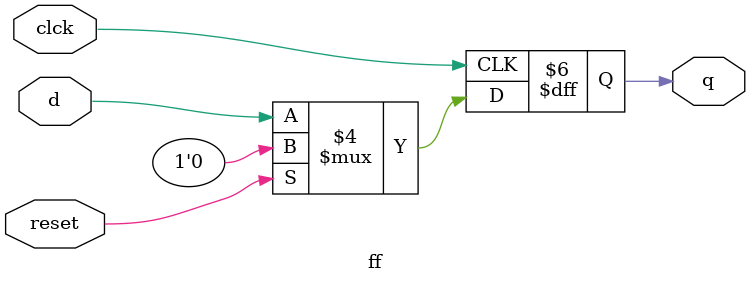
<source format=v>
`timescale 1ns / 1ps


module ff(input clck, reset,d, output reg q);
always@(posedge clck)
    if (reset==1)
        q<=0;
    else
        q<=d;
endmodule

</source>
